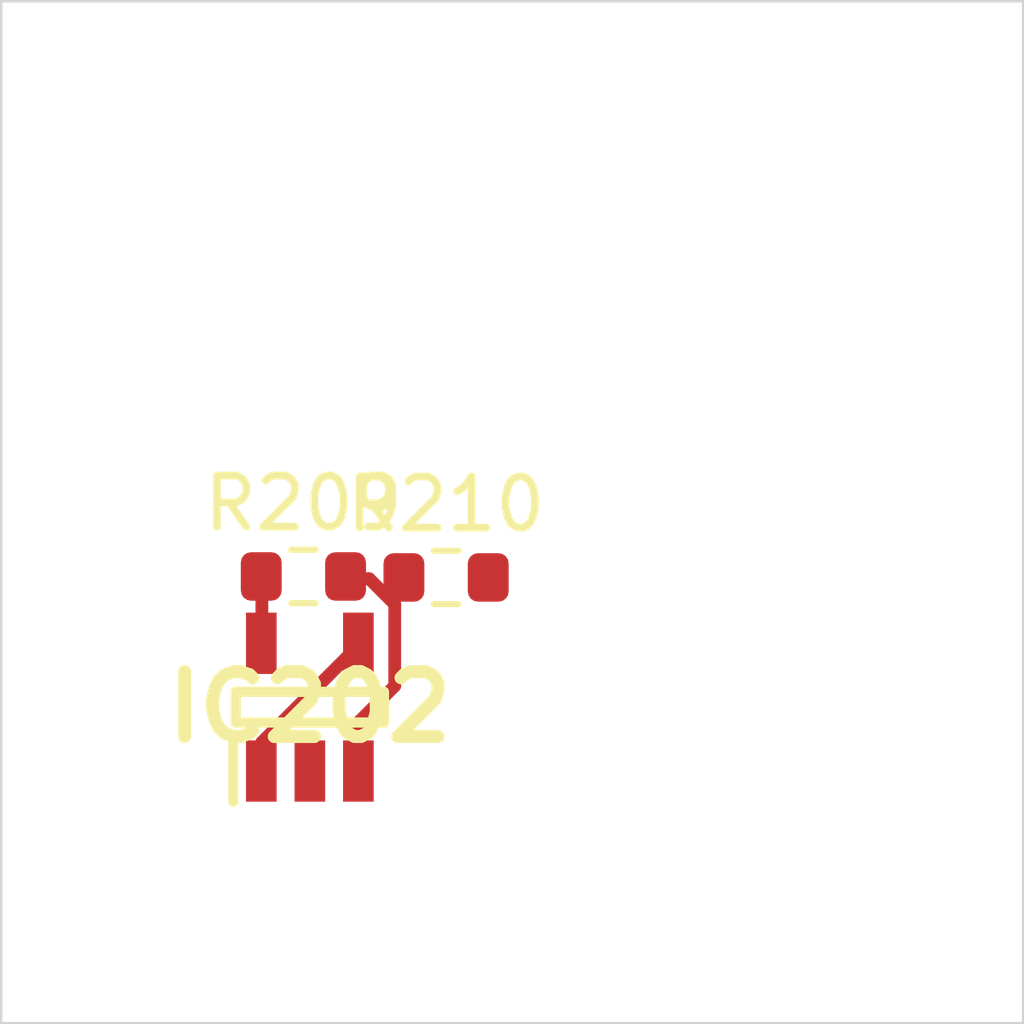
<source format=kicad_pcb>
 ( kicad_pcb  ( version 20171130 )
 ( host pcbnew 5.1.12-84ad8e8a86~92~ubuntu18.04.1 )
 ( general  ( thickness 1.6 )
 ( drawings 4 )
 ( tracks 0 )
 ( zones 0 )
 ( modules 3 )
 ( nets 5 )
)
 ( page A4 )
 ( layers  ( 0 F.Cu signal )
 ( 31 B.Cu signal )
 ( 32 B.Adhes user )
 ( 33 F.Adhes user )
 ( 34 B.Paste user )
 ( 35 F.Paste user )
 ( 36 B.SilkS user )
 ( 37 F.SilkS user )
 ( 38 B.Mask user )
 ( 39 F.Mask user )
 ( 40 Dwgs.User user )
 ( 41 Cmts.User user )
 ( 42 Eco1.User user )
 ( 43 Eco2.User user )
 ( 44 Edge.Cuts user )
 ( 45 Margin user )
 ( 46 B.CrtYd user )
 ( 47 F.CrtYd user )
 ( 48 B.Fab user )
 ( 49 F.Fab user )
)
 ( setup  ( last_trace_width 0.25 )
 ( trace_clearance 0.2 )
 ( zone_clearance 0.508 )
 ( zone_45_only no )
 ( trace_min 0.2 )
 ( via_size 0.8 )
 ( via_drill 0.4 )
 ( via_min_size 0.4 )
 ( via_min_drill 0.3 )
 ( uvia_size 0.3 )
 ( uvia_drill 0.1 )
 ( uvias_allowed no )
 ( uvia_min_size 0.2 )
 ( uvia_min_drill 0.1 )
 ( edge_width 0.05 )
 ( segment_width 0.2 )
 ( pcb_text_width 0.3 )
 ( pcb_text_size 1.5 1.5 )
 ( mod_edge_width 0.12 )
 ( mod_text_size 1 1 )
 ( mod_text_width 0.15 )
 ( pad_size 1.524 1.524 )
 ( pad_drill 0.762 )
 ( pad_to_mask_clearance 0 )
 ( aux_axis_origin 0 0 )
 ( visible_elements FFFFFF7F )
 ( pcbplotparams  ( layerselection 0x010fc_ffffffff )
 ( usegerberextensions false )
 ( usegerberattributes true )
 ( usegerberadvancedattributes true )
 ( creategerberjobfile true )
 ( excludeedgelayer true )
 ( linewidth 0.100000 )
 ( plotframeref false )
 ( viasonmask false )
 ( mode 1 )
 ( useauxorigin false )
 ( hpglpennumber 1 )
 ( hpglpenspeed 20 )
 ( hpglpendiameter 15.000000 )
 ( psnegative false )
 ( psa4output false )
 ( plotreference true )
 ( plotvalue true )
 ( plotinvisibletext false )
 ( padsonsilk false )
 ( subtractmaskfromsilk false )
 ( outputformat 1 )
 ( mirror false )
 ( drillshape 1 )
 ( scaleselection 1 )
 ( outputdirectory "" )
)
)
 ( net 0 "" )
 ( net 1 GND )
 ( net 2 VDDA )
 ( net 3 /Sheet6235D886/vp )
 ( net 4 "Net-(IC202-Pad3)" )
 ( net_class Default "This is the default net class."  ( clearance 0.2 )
 ( trace_width 0.25 )
 ( via_dia 0.8 )
 ( via_drill 0.4 )
 ( uvia_dia 0.3 )
 ( uvia_drill 0.1 )
 ( add_net /Sheet6235D886/vp )
 ( add_net GND )
 ( add_net "Net-(IC202-Pad3)" )
 ( add_net VDDA )
)
 ( module SOT95P280X145-5N locked  ( layer F.Cu )
 ( tedit 62336ED7 )
 ( tstamp 623423ED )
 ( at 86.038900 113.815000 90.000000 )
 ( descr DBV0005A )
 ( tags "Integrated Circuit" )
 ( path /6235D887/6266C08E )
 ( attr smd )
 ( fp_text reference IC202  ( at 0 0 )
 ( layer F.SilkS )
 ( effects  ( font  ( size 1.27 1.27 )
 ( thickness 0.254 )
)
)
)
 ( fp_text value TL071HIDBVR  ( at 0 0 )
 ( layer F.SilkS )
hide  ( effects  ( font  ( size 1.27 1.27 )
 ( thickness 0.254 )
)
)
)
 ( fp_line  ( start -1.85 -1.5 )
 ( end -0.65 -1.5 )
 ( layer F.SilkS )
 ( width 0.2 )
)
 ( fp_line  ( start -0.3 1.45 )
 ( end -0.3 -1.45 )
 ( layer F.SilkS )
 ( width 0.2 )
)
 ( fp_line  ( start 0.3 1.45 )
 ( end -0.3 1.45 )
 ( layer F.SilkS )
 ( width 0.2 )
)
 ( fp_line  ( start 0.3 -1.45 )
 ( end 0.3 1.45 )
 ( layer F.SilkS )
 ( width 0.2 )
)
 ( fp_line  ( start -0.3 -1.45 )
 ( end 0.3 -1.45 )
 ( layer F.SilkS )
 ( width 0.2 )
)
 ( fp_line  ( start -0.8 -0.5 )
 ( end 0.15 -1.45 )
 ( layer Dwgs.User )
 ( width 0.1 )
)
 ( fp_line  ( start -0.8 1.45 )
 ( end -0.8 -1.45 )
 ( layer Dwgs.User )
 ( width 0.1 )
)
 ( fp_line  ( start 0.8 1.45 )
 ( end -0.8 1.45 )
 ( layer Dwgs.User )
 ( width 0.1 )
)
 ( fp_line  ( start 0.8 -1.45 )
 ( end 0.8 1.45 )
 ( layer Dwgs.User )
 ( width 0.1 )
)
 ( fp_line  ( start -0.8 -1.45 )
 ( end 0.8 -1.45 )
 ( layer Dwgs.User )
 ( width 0.1 )
)
 ( fp_line  ( start -2.1 1.775 )
 ( end -2.1 -1.775 )
 ( layer Dwgs.User )
 ( width 0.05 )
)
 ( fp_line  ( start 2.1 1.775 )
 ( end -2.1 1.775 )
 ( layer Dwgs.User )
 ( width 0.05 )
)
 ( fp_line  ( start 2.1 -1.775 )
 ( end 2.1 1.775 )
 ( layer Dwgs.User )
 ( width 0.05 )
)
 ( fp_line  ( start -2.1 -1.775 )
 ( end 2.1 -1.775 )
 ( layer Dwgs.User )
 ( width 0.05 )
)
 ( pad 1 smd rect  ( at -1.25 -0.95 180.000000 )
 ( size 0.6 1.2 )
 ( layers F.Cu F.Mask F.Paste )
 ( net 3 /Sheet6235D886/vp )
)
 ( pad 2 smd rect  ( at -1.25 0 180.000000 )
 ( size 0.6 1.2 )
 ( layers F.Cu F.Mask F.Paste )
 ( net 1 GND )
)
 ( pad 3 smd rect  ( at -1.25 0.95 180.000000 )
 ( size 0.6 1.2 )
 ( layers F.Cu F.Mask F.Paste )
 ( net 4 "Net-(IC202-Pad3)" )
)
 ( pad 4 smd rect  ( at 1.25 0.95 180.000000 )
 ( size 0.6 1.2 )
 ( layers F.Cu F.Mask F.Paste )
 ( net 3 /Sheet6235D886/vp )
)
 ( pad 5 smd rect  ( at 1.25 -0.95 180.000000 )
 ( size 0.6 1.2 )
 ( layers F.Cu F.Mask F.Paste )
 ( net 2 VDDA )
)
)
 ( module Resistor_SMD:R_0603_1608Metric  ( layer F.Cu )
 ( tedit 5F68FEEE )
 ( tstamp 62342595 )
 ( at 85.912900 111.257000 )
 ( descr "Resistor SMD 0603 (1608 Metric), square (rectangular) end terminal, IPC_7351 nominal, (Body size source: IPC-SM-782 page 72, https://www.pcb-3d.com/wordpress/wp-content/uploads/ipc-sm-782a_amendment_1_and_2.pdf), generated with kicad-footprint-generator" )
 ( tags resistor )
 ( path /6235D887/623CDBD9 )
 ( attr smd )
 ( fp_text reference R209  ( at 0 -1.43 )
 ( layer F.SilkS )
 ( effects  ( font  ( size 1 1 )
 ( thickness 0.15 )
)
)
)
 ( fp_text value 100k  ( at 0 1.43 )
 ( layer F.Fab )
 ( effects  ( font  ( size 1 1 )
 ( thickness 0.15 )
)
)
)
 ( fp_line  ( start -0.8 0.4125 )
 ( end -0.8 -0.4125 )
 ( layer F.Fab )
 ( width 0.1 )
)
 ( fp_line  ( start -0.8 -0.4125 )
 ( end 0.8 -0.4125 )
 ( layer F.Fab )
 ( width 0.1 )
)
 ( fp_line  ( start 0.8 -0.4125 )
 ( end 0.8 0.4125 )
 ( layer F.Fab )
 ( width 0.1 )
)
 ( fp_line  ( start 0.8 0.4125 )
 ( end -0.8 0.4125 )
 ( layer F.Fab )
 ( width 0.1 )
)
 ( fp_line  ( start -0.237258 -0.5225 )
 ( end 0.237258 -0.5225 )
 ( layer F.SilkS )
 ( width 0.12 )
)
 ( fp_line  ( start -0.237258 0.5225 )
 ( end 0.237258 0.5225 )
 ( layer F.SilkS )
 ( width 0.12 )
)
 ( fp_line  ( start -1.48 0.73 )
 ( end -1.48 -0.73 )
 ( layer F.CrtYd )
 ( width 0.05 )
)
 ( fp_line  ( start -1.48 -0.73 )
 ( end 1.48 -0.73 )
 ( layer F.CrtYd )
 ( width 0.05 )
)
 ( fp_line  ( start 1.48 -0.73 )
 ( end 1.48 0.73 )
 ( layer F.CrtYd )
 ( width 0.05 )
)
 ( fp_line  ( start 1.48 0.73 )
 ( end -1.48 0.73 )
 ( layer F.CrtYd )
 ( width 0.05 )
)
 ( fp_text user %R  ( at 0 0 )
 ( layer F.Fab )
 ( effects  ( font  ( size 0.4 0.4 )
 ( thickness 0.06 )
)
)
)
 ( pad 1 smd roundrect  ( at -0.825 0 )
 ( size 0.8 0.95 )
 ( layers F.Cu F.Mask F.Paste )
 ( roundrect_rratio 0.25 )
 ( net 2 VDDA )
)
 ( pad 2 smd roundrect  ( at 0.825 0 )
 ( size 0.8 0.95 )
 ( layers F.Cu F.Mask F.Paste )
 ( roundrect_rratio 0.25 )
 ( net 4 "Net-(IC202-Pad3)" )
)
 ( model ${KISYS3DMOD}/Resistor_SMD.3dshapes/R_0603_1608Metric.wrl  ( at  ( xyz 0 0 0 )
)
 ( scale  ( xyz 1 1 1 )
)
 ( rotate  ( xyz 0 0 0 )
)
)
)
 ( module Resistor_SMD:R_0603_1608Metric  ( layer F.Cu )
 ( tedit 5F68FEEE )
 ( tstamp 623425A6 )
 ( at 88.705200 111.276000 )
 ( descr "Resistor SMD 0603 (1608 Metric), square (rectangular) end terminal, IPC_7351 nominal, (Body size source: IPC-SM-782 page 72, https://www.pcb-3d.com/wordpress/wp-content/uploads/ipc-sm-782a_amendment_1_and_2.pdf), generated with kicad-footprint-generator" )
 ( tags resistor )
 ( path /6235D887/623CDBDF )
 ( attr smd )
 ( fp_text reference R210  ( at 0 -1.43 )
 ( layer F.SilkS )
 ( effects  ( font  ( size 1 1 )
 ( thickness 0.15 )
)
)
)
 ( fp_text value 100k  ( at 0 1.43 )
 ( layer F.Fab )
 ( effects  ( font  ( size 1 1 )
 ( thickness 0.15 )
)
)
)
 ( fp_line  ( start 1.48 0.73 )
 ( end -1.48 0.73 )
 ( layer F.CrtYd )
 ( width 0.05 )
)
 ( fp_line  ( start 1.48 -0.73 )
 ( end 1.48 0.73 )
 ( layer F.CrtYd )
 ( width 0.05 )
)
 ( fp_line  ( start -1.48 -0.73 )
 ( end 1.48 -0.73 )
 ( layer F.CrtYd )
 ( width 0.05 )
)
 ( fp_line  ( start -1.48 0.73 )
 ( end -1.48 -0.73 )
 ( layer F.CrtYd )
 ( width 0.05 )
)
 ( fp_line  ( start -0.237258 0.5225 )
 ( end 0.237258 0.5225 )
 ( layer F.SilkS )
 ( width 0.12 )
)
 ( fp_line  ( start -0.237258 -0.5225 )
 ( end 0.237258 -0.5225 )
 ( layer F.SilkS )
 ( width 0.12 )
)
 ( fp_line  ( start 0.8 0.4125 )
 ( end -0.8 0.4125 )
 ( layer F.Fab )
 ( width 0.1 )
)
 ( fp_line  ( start 0.8 -0.4125 )
 ( end 0.8 0.4125 )
 ( layer F.Fab )
 ( width 0.1 )
)
 ( fp_line  ( start -0.8 -0.4125 )
 ( end 0.8 -0.4125 )
 ( layer F.Fab )
 ( width 0.1 )
)
 ( fp_line  ( start -0.8 0.4125 )
 ( end -0.8 -0.4125 )
 ( layer F.Fab )
 ( width 0.1 )
)
 ( fp_text user %R  ( at 0 0 )
 ( layer F.Fab )
 ( effects  ( font  ( size 0.4 0.4 )
 ( thickness 0.06 )
)
)
)
 ( pad 2 smd roundrect  ( at 0.825 0 )
 ( size 0.8 0.95 )
 ( layers F.Cu F.Mask F.Paste )
 ( roundrect_rratio 0.25 )
 ( net 1 GND )
)
 ( pad 1 smd roundrect  ( at -0.825 0 )
 ( size 0.8 0.95 )
 ( layers F.Cu F.Mask F.Paste )
 ( roundrect_rratio 0.25 )
 ( net 4 "Net-(IC202-Pad3)" )
)
 ( model ${KISYS3DMOD}/Resistor_SMD.3dshapes/R_0603_1608Metric.wrl  ( at  ( xyz 0 0 0 )
)
 ( scale  ( xyz 1 1 1 )
)
 ( rotate  ( xyz 0 0 0 )
)
)
)
 ( gr_line  ( start 100 100 )
 ( end 100 120 )
 ( layer Edge.Cuts )
 ( width 0.05 )
 ( tstamp 62E770C4 )
)
 ( gr_line  ( start 80 120 )
 ( end 100 120 )
 ( layer Edge.Cuts )
 ( width 0.05 )
 ( tstamp 62E770C0 )
)
 ( gr_line  ( start 80 100 )
 ( end 100 100 )
 ( layer Edge.Cuts )
 ( width 0.05 )
 ( tstamp 6234110C )
)
 ( gr_line  ( start 80 100 )
 ( end 80 120 )
 ( layer Edge.Cuts )
 ( width 0.05 )
)
 ( segment  ( start 85.100001 111.300002 )
 ( end 85.100001 112.600002 )
 ( width 0.250000 )
 ( layer F.Cu )
 ( net 2 )
)
 ( segment  ( start 87.000001 112.600002 )
 ( end 85.100001 114.500002 )
 ( width 0.250000 )
 ( layer F.Cu )
 ( net 3 )
)
 ( segment  ( start 85.100001 114.500002 )
 ( end 85.100001 115.100002 )
 ( width 0.250000 )
 ( layer F.Cu )
 ( net 3 )
)
 ( segment  ( start 86.700001 111.300002 )
 ( end 87.200001 111.300002 )
 ( width 0.250000 )
 ( layer F.Cu )
 ( net 4 )
)
 ( segment  ( start 87.200001 111.300002 )
 ( end 87.700001 111.800002 )
 ( width 0.250000 )
 ( layer F.Cu )
 ( net 4 )
)
 ( segment  ( start 87.700001 111.800002 )
 ( end 87.700001 113.400002 )
 ( width 0.250000 )
 ( layer F.Cu )
 ( net 4 )
)
 ( segment  ( start 87.700001 113.400002 )
 ( end 87.000001 114.100002 )
 ( width 0.250000 )
 ( layer F.Cu )
 ( net 4 )
)
 ( segment  ( start 87.000001 114.100002 )
 ( end 87.000001 115.100002 )
 ( width 0.250000 )
 ( layer F.Cu )
 ( net 4 )
)
 ( segment  ( start 87.900001 111.300002 )
 ( end 87.800001 111.300002 )
 ( width 0.250000 )
 ( layer F.Cu )
 ( net 4 )
)
 ( segment  ( start 87.800001 111.300002 )
 ( end 87.500001 111.600002 )
 ( width 0.250000 )
 ( layer F.Cu )
 ( net 4 )
)
)

</source>
